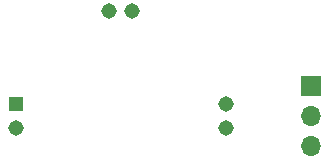
<source format=gbs>
G04 #@! TF.GenerationSoftware,KiCad,Pcbnew,7.0.2*
G04 #@! TF.CreationDate,2023-08-11T04:56:28+05:00*
G04 #@! TF.ProjectId,CO Sesnor Breakout,434f2053-6573-46e6-9f72-20427265616b,rev?*
G04 #@! TF.SameCoordinates,Original*
G04 #@! TF.FileFunction,Soldermask,Bot*
G04 #@! TF.FilePolarity,Negative*
%FSLAX46Y46*%
G04 Gerber Fmt 4.6, Leading zero omitted, Abs format (unit mm)*
G04 Created by KiCad (PCBNEW 7.0.2) date 2023-08-11 04:56:28*
%MOMM*%
%LPD*%
G01*
G04 APERTURE LIST*
%ADD10R,1.700000X1.700000*%
%ADD11O,1.700000X1.700000*%
%ADD12R,1.308000X1.308000*%
%ADD13C,1.308000*%
G04 APERTURE END LIST*
D10*
G04 #@! TO.C,J17*
X229130000Y-110265000D03*
D11*
X229130000Y-112805000D03*
X229130000Y-115345000D03*
G04 #@! TD*
D12*
G04 #@! TO.C,U4*
X204090000Y-111790000D03*
D13*
X211980000Y-103900000D03*
X213980000Y-103900000D03*
X221870000Y-111790000D03*
X221870000Y-113790000D03*
X204090000Y-113790000D03*
G04 #@! TD*
M02*

</source>
